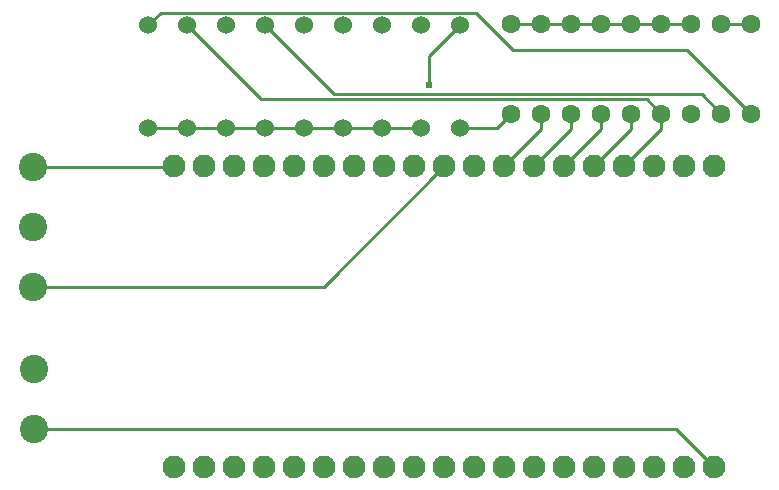
<source format=gtl>
G04 Layer: TopLayer*
G04 EasyEDA v6.4.5, 2020-09-15T17:45:32--6:00*
G04 ee41db2f30d448a8b63ff783f68df95d,ded4796badf941d083ba3d0fd9e507c2,10*
G04 Gerber Generator version 0.2*
G04 Scale: 100 percent, Rotated: No, Reflected: No *
G04 Dimensions in millimeters *
G04 leading zeros omitted , absolute positions ,3 integer and 3 decimal *
%FSLAX33Y33*%
%MOMM*%
G90*
G71D02*

%ADD11C,0.259994*%
%ADD12C,0.610006*%
%ADD13C,1.599997*%
%ADD14C,1.930400*%
%ADD15C,1.524000*%
%ADD16C,2.399995*%

%LPD*%
G54D11*
G01X6858Y18288D02*
G01X15118Y18288D01*
G01X31529Y18288D01*
G01X41704Y28460D01*
G01X65151Y32893D02*
G01X63484Y34559D01*
G01X32402Y34559D01*
G01X32402Y34559D01*
G01X26543Y40419D01*
G01X19939Y40419D02*
G01X26220Y34135D01*
G01X58828Y34135D01*
G01X60071Y32893D01*
G01X56944Y28460D02*
G01X60071Y31589D01*
G01X60071Y32893D01*
G01X43053Y31716D02*
G01X46194Y31716D01*
G01X47371Y32893D01*
G01X46784Y28460D02*
G01X49911Y31589D01*
G01X49911Y32893D01*
G01X49324Y28460D02*
G01X52451Y31589D01*
G01X52451Y32893D01*
G01X51864Y28460D02*
G01X54991Y31589D01*
G01X54991Y32893D01*
G01X54404Y28460D02*
G01X57531Y31589D01*
G01X57531Y32893D01*
G01X67691Y32893D02*
G01X62283Y38300D01*
G01X47546Y38300D01*
G01X44361Y41488D01*
G01X17706Y41488D01*
G01X16637Y40419D01*
G01X6985Y6223D02*
G01X61358Y6223D01*
G01X64564Y3017D01*
G01X47371Y40513D02*
G01X49911Y40513D01*
G01X49911Y40513D02*
G01X52451Y40513D01*
G01X52451Y40513D02*
G01X54991Y40513D01*
G01X54991Y40513D02*
G01X57531Y40513D01*
G01X57531Y40513D02*
G01X60071Y40513D01*
G01X60071Y40513D02*
G01X62611Y40513D01*
G01X65151Y40513D02*
G01X67691Y40513D01*
G01X6858Y28448D02*
G01X18829Y28448D01*
G01X18844Y28460D01*
G01X36449Y31716D02*
G01X39751Y31716D01*
G01X16637Y31716D02*
G01X19939Y31716D01*
G01X19939Y31716D02*
G01X23241Y31716D01*
G01X23241Y31716D02*
G01X26543Y31716D01*
G01X26543Y31716D02*
G01X29845Y31716D01*
G01X29845Y31716D02*
G01X33147Y31716D01*
G01X33147Y31716D02*
G01X36449Y31716D01*
G01X43053Y40416D02*
G01X40406Y37769D01*
G01X40406Y35323D01*
G54D13*
G01X47371Y32893D03*
G01X49911Y32893D03*
G01X62611Y32893D03*
G01X65151Y32893D03*
G01X52451Y32893D03*
G01X54991Y32893D03*
G01X60071Y32893D03*
G01X57531Y32893D03*
G01X67691Y32893D03*
G01X67691Y40513D03*
G01X65151Y40513D03*
G01X62611Y40513D03*
G01X60071Y40513D03*
G01X57531Y40513D03*
G01X54991Y40513D03*
G01X52451Y40513D03*
G01X49911Y40513D03*
G01X47371Y40513D03*
G54D14*
G01X18844Y3018D03*
G01X21384Y3018D03*
G01X23924Y3018D03*
G01X26464Y3018D03*
G01X29004Y3018D03*
G01X31544Y3018D03*
G01X34084Y3018D03*
G01X36624Y3018D03*
G01X39164Y3018D03*
G01X41704Y3018D03*
G01X44244Y3018D03*
G01X46784Y3018D03*
G01X49324Y3018D03*
G01X51864Y3018D03*
G01X54404Y3018D03*
G01X56944Y3018D03*
G01X59484Y3018D03*
G01X62024Y3018D03*
G01X64564Y3018D03*
G01X18844Y28461D03*
G01X21384Y28461D03*
G01X23924Y28461D03*
G01X26464Y28461D03*
G01X29004Y28461D03*
G01X31544Y28461D03*
G01X34084Y28461D03*
G01X36624Y28461D03*
G01X39164Y28461D03*
G01X41704Y28461D03*
G01X44244Y28461D03*
G01X46784Y28461D03*
G01X49324Y28461D03*
G01X51864Y28461D03*
G01X54404Y28461D03*
G01X56944Y28461D03*
G01X59484Y28461D03*
G01X62024Y28461D03*
G01X64564Y28461D03*
G54D15*
G01X43053Y40417D03*
G01X43053Y31717D03*
G01X39751Y31717D03*
G01X39751Y40418D03*
G01X33147Y31717D03*
G01X33147Y40418D03*
G01X29845Y31717D03*
G01X29845Y40418D03*
G01X23241Y31717D03*
G01X23241Y40418D03*
G01X19939Y31717D03*
G01X19939Y40418D03*
G01X36449Y31717D03*
G01X36449Y40418D03*
G01X26543Y31717D03*
G01X26543Y40418D03*
G01X16637Y31717D03*
G01X16637Y40418D03*
G54D16*
G01X6858Y28448D03*
G01X6858Y23368D03*
G01X6858Y18288D03*
G01X6985Y11303D03*
G01X6985Y6223D03*
G54D12*
G01X40406Y35323D03*
M00*
M02*

</source>
